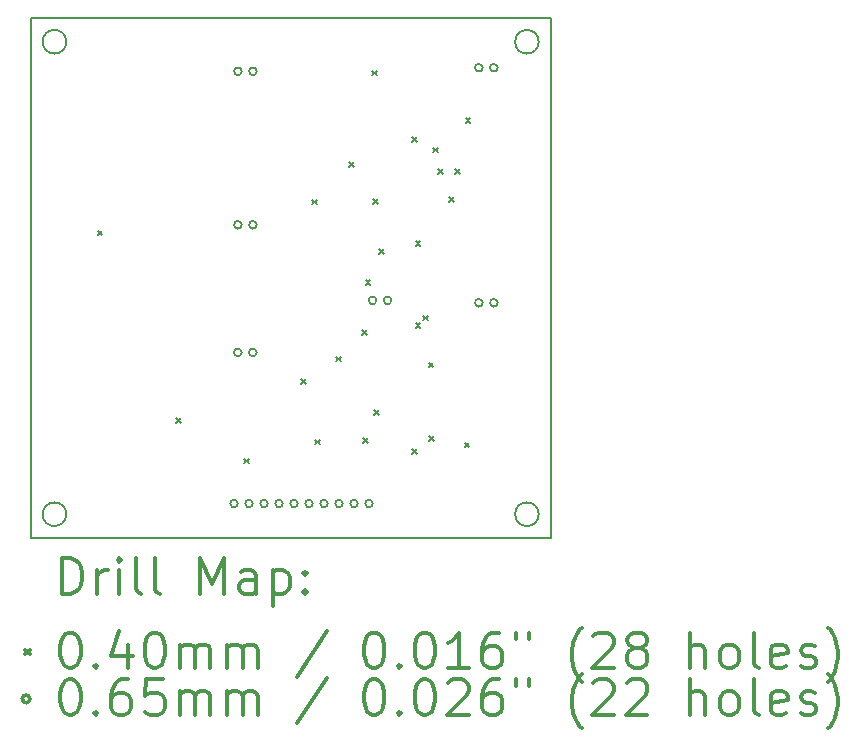
<source format=gbr>
%FSLAX45Y45*%
G04 Gerber Fmt 4.5, Leading zero omitted, Abs format (unit mm)*
G04 Created by KiCad (PCBNEW 4.0.7) date 04/11/18 20:39:36*
%MOMM*%
%LPD*%
G01*
G04 APERTURE LIST*
%ADD10C,0.127000*%
%ADD11C,0.150000*%
%ADD12C,0.200000*%
%ADD13C,0.300000*%
G04 APERTURE END LIST*
D10*
D11*
X12487000Y-8413000D02*
G75*
G03X12487000Y-8413000I-100000J0D01*
G01*
X16487000Y-8413000D02*
G75*
G03X16487000Y-8413000I-100000J0D01*
G01*
X16487000Y-12413000D02*
G75*
G03X16487000Y-12413000I-100000J0D01*
G01*
X12487000Y-12413000D02*
G75*
G03X12487000Y-12413000I-100000J0D01*
G01*
X16587000Y-8213000D02*
X12187000Y-8213000D01*
X16587000Y-12613000D02*
X16587000Y-8213000D01*
X12187000Y-12613000D02*
X16587000Y-12613000D01*
X12187000Y-8213000D02*
X12187000Y-12613000D01*
D12*
X12753370Y-10013230D02*
X12793370Y-10053230D01*
X12793370Y-10013230D02*
X12753370Y-10053230D01*
X13416340Y-11598000D02*
X13456340Y-11638000D01*
X13456340Y-11598000D02*
X13416340Y-11638000D01*
X13993420Y-11943000D02*
X14033420Y-11983000D01*
X14033420Y-11943000D02*
X13993420Y-11983000D01*
X14473120Y-11267110D02*
X14513120Y-11307110D01*
X14513120Y-11267110D02*
X14473120Y-11307110D01*
X14568060Y-9750040D02*
X14608060Y-9790040D01*
X14608060Y-9750040D02*
X14568060Y-9790040D01*
X14596920Y-11781110D02*
X14636920Y-11821110D01*
X14636920Y-11781110D02*
X14596920Y-11821110D01*
X14771700Y-11078840D02*
X14811700Y-11118840D01*
X14811700Y-11078840D02*
X14771700Y-11118840D01*
X14884270Y-9433560D02*
X14924270Y-9473560D01*
X14924270Y-9433560D02*
X14884270Y-9473560D01*
X14991830Y-10854340D02*
X15031830Y-10894340D01*
X15031830Y-10854340D02*
X14991830Y-10894340D01*
X14999800Y-11770510D02*
X15039800Y-11810510D01*
X15039800Y-11770510D02*
X14999800Y-11810510D01*
X15021550Y-10432160D02*
X15061550Y-10472160D01*
X15061550Y-10432160D02*
X15021550Y-10472160D01*
X15074590Y-8657120D02*
X15114590Y-8697120D01*
X15114590Y-8657120D02*
X15074590Y-8697120D01*
X15086710Y-9747680D02*
X15126710Y-9787680D01*
X15126710Y-9747680D02*
X15086710Y-9787680D01*
X15093840Y-11530000D02*
X15133840Y-11570000D01*
X15133840Y-11530000D02*
X15093840Y-11570000D01*
X15133540Y-10168560D02*
X15173540Y-10208560D01*
X15173540Y-10168560D02*
X15133540Y-10208560D01*
X15415890Y-9222020D02*
X15455890Y-9262020D01*
X15455890Y-9222020D02*
X15415890Y-9262020D01*
X15417240Y-11861010D02*
X15457240Y-11901010D01*
X15457240Y-11861010D02*
X15417240Y-11901010D01*
X15444750Y-10793260D02*
X15484750Y-10833260D01*
X15484750Y-10793260D02*
X15444750Y-10833260D01*
X15445070Y-10098750D02*
X15485070Y-10138750D01*
X15485070Y-10098750D02*
X15445070Y-10138750D01*
X15505930Y-10732670D02*
X15545930Y-10772670D01*
X15545930Y-10732670D02*
X15505930Y-10772670D01*
X15555190Y-11128570D02*
X15595190Y-11168570D01*
X15595190Y-11128570D02*
X15555190Y-11168570D01*
X15560730Y-11752080D02*
X15600730Y-11792080D01*
X15600730Y-11752080D02*
X15560730Y-11792080D01*
X15593560Y-9310000D02*
X15633560Y-9350000D01*
X15633560Y-9310000D02*
X15593560Y-9350000D01*
X15633770Y-9492730D02*
X15673770Y-9532730D01*
X15673770Y-9492730D02*
X15633770Y-9532730D01*
X15729730Y-9730750D02*
X15769730Y-9770750D01*
X15769730Y-9730750D02*
X15729730Y-9770750D01*
X15779190Y-9492730D02*
X15819190Y-9532730D01*
X15819190Y-9492730D02*
X15779190Y-9532730D01*
X15859040Y-11807510D02*
X15899040Y-11847510D01*
X15899040Y-11807510D02*
X15859040Y-11847510D01*
X15869510Y-9060000D02*
X15909510Y-9100000D01*
X15909510Y-9060000D02*
X15869510Y-9100000D01*
X13939500Y-12323000D02*
G75*
G03X13939500Y-12323000I-32500J0D01*
G01*
X13972500Y-8663000D02*
G75*
G03X13972500Y-8663000I-32500J0D01*
G01*
X13972500Y-9963000D02*
G75*
G03X13972500Y-9963000I-32500J0D01*
G01*
X13972500Y-11043000D02*
G75*
G03X13972500Y-11043000I-32500J0D01*
G01*
X14066500Y-12323000D02*
G75*
G03X14066500Y-12323000I-32500J0D01*
G01*
X14099500Y-8663000D02*
G75*
G03X14099500Y-8663000I-32500J0D01*
G01*
X14099500Y-9963000D02*
G75*
G03X14099500Y-9963000I-32500J0D01*
G01*
X14099500Y-11043000D02*
G75*
G03X14099500Y-11043000I-32500J0D01*
G01*
X14193500Y-12323000D02*
G75*
G03X14193500Y-12323000I-32500J0D01*
G01*
X14320500Y-12323000D02*
G75*
G03X14320500Y-12323000I-32500J0D01*
G01*
X14447500Y-12323000D02*
G75*
G03X14447500Y-12323000I-32500J0D01*
G01*
X14574500Y-12323000D02*
G75*
G03X14574500Y-12323000I-32500J0D01*
G01*
X14701500Y-12323000D02*
G75*
G03X14701500Y-12323000I-32500J0D01*
G01*
X14828500Y-12323000D02*
G75*
G03X14828500Y-12323000I-32500J0D01*
G01*
X14955500Y-12323000D02*
G75*
G03X14955500Y-12323000I-32500J0D01*
G01*
X15082500Y-12323000D02*
G75*
G03X15082500Y-12323000I-32500J0D01*
G01*
X15112500Y-10603000D02*
G75*
G03X15112500Y-10603000I-32500J0D01*
G01*
X15239500Y-10603000D02*
G75*
G03X15239500Y-10603000I-32500J0D01*
G01*
X16012500Y-8633000D02*
G75*
G03X16012500Y-8633000I-32500J0D01*
G01*
X16012500Y-10623000D02*
G75*
G03X16012500Y-10623000I-32500J0D01*
G01*
X16139500Y-8633000D02*
G75*
G03X16139500Y-8633000I-32500J0D01*
G01*
X16139500Y-10623000D02*
G75*
G03X16139500Y-10623000I-32500J0D01*
G01*
D13*
X12450928Y-13086214D02*
X12450928Y-12786214D01*
X12522357Y-12786214D01*
X12565214Y-12800500D01*
X12593786Y-12829071D01*
X12608071Y-12857643D01*
X12622357Y-12914786D01*
X12622357Y-12957643D01*
X12608071Y-13014786D01*
X12593786Y-13043357D01*
X12565214Y-13071929D01*
X12522357Y-13086214D01*
X12450928Y-13086214D01*
X12750928Y-13086214D02*
X12750928Y-12886214D01*
X12750928Y-12943357D02*
X12765214Y-12914786D01*
X12779500Y-12900500D01*
X12808071Y-12886214D01*
X12836643Y-12886214D01*
X12936643Y-13086214D02*
X12936643Y-12886214D01*
X12936643Y-12786214D02*
X12922357Y-12800500D01*
X12936643Y-12814786D01*
X12950928Y-12800500D01*
X12936643Y-12786214D01*
X12936643Y-12814786D01*
X13122357Y-13086214D02*
X13093786Y-13071929D01*
X13079500Y-13043357D01*
X13079500Y-12786214D01*
X13279500Y-13086214D02*
X13250928Y-13071929D01*
X13236643Y-13043357D01*
X13236643Y-12786214D01*
X13622357Y-13086214D02*
X13622357Y-12786214D01*
X13722357Y-13000500D01*
X13822357Y-12786214D01*
X13822357Y-13086214D01*
X14093786Y-13086214D02*
X14093786Y-12929071D01*
X14079500Y-12900500D01*
X14050928Y-12886214D01*
X13993786Y-12886214D01*
X13965214Y-12900500D01*
X14093786Y-13071929D02*
X14065214Y-13086214D01*
X13993786Y-13086214D01*
X13965214Y-13071929D01*
X13950928Y-13043357D01*
X13950928Y-13014786D01*
X13965214Y-12986214D01*
X13993786Y-12971929D01*
X14065214Y-12971929D01*
X14093786Y-12957643D01*
X14236643Y-12886214D02*
X14236643Y-13186214D01*
X14236643Y-12900500D02*
X14265214Y-12886214D01*
X14322357Y-12886214D01*
X14350928Y-12900500D01*
X14365214Y-12914786D01*
X14379500Y-12943357D01*
X14379500Y-13029071D01*
X14365214Y-13057643D01*
X14350928Y-13071929D01*
X14322357Y-13086214D01*
X14265214Y-13086214D01*
X14236643Y-13071929D01*
X14508071Y-13057643D02*
X14522357Y-13071929D01*
X14508071Y-13086214D01*
X14493786Y-13071929D01*
X14508071Y-13057643D01*
X14508071Y-13086214D01*
X14508071Y-12900500D02*
X14522357Y-12914786D01*
X14508071Y-12929071D01*
X14493786Y-12914786D01*
X14508071Y-12900500D01*
X14508071Y-12929071D01*
X12139500Y-13560500D02*
X12179500Y-13600500D01*
X12179500Y-13560500D02*
X12139500Y-13600500D01*
X12508071Y-13416214D02*
X12536643Y-13416214D01*
X12565214Y-13430500D01*
X12579500Y-13444786D01*
X12593786Y-13473357D01*
X12608071Y-13530500D01*
X12608071Y-13601929D01*
X12593786Y-13659071D01*
X12579500Y-13687643D01*
X12565214Y-13701929D01*
X12536643Y-13716214D01*
X12508071Y-13716214D01*
X12479500Y-13701929D01*
X12465214Y-13687643D01*
X12450928Y-13659071D01*
X12436643Y-13601929D01*
X12436643Y-13530500D01*
X12450928Y-13473357D01*
X12465214Y-13444786D01*
X12479500Y-13430500D01*
X12508071Y-13416214D01*
X12736643Y-13687643D02*
X12750928Y-13701929D01*
X12736643Y-13716214D01*
X12722357Y-13701929D01*
X12736643Y-13687643D01*
X12736643Y-13716214D01*
X13008071Y-13516214D02*
X13008071Y-13716214D01*
X12936643Y-13401929D02*
X12865214Y-13616214D01*
X13050928Y-13616214D01*
X13222357Y-13416214D02*
X13250928Y-13416214D01*
X13279500Y-13430500D01*
X13293786Y-13444786D01*
X13308071Y-13473357D01*
X13322357Y-13530500D01*
X13322357Y-13601929D01*
X13308071Y-13659071D01*
X13293786Y-13687643D01*
X13279500Y-13701929D01*
X13250928Y-13716214D01*
X13222357Y-13716214D01*
X13193786Y-13701929D01*
X13179500Y-13687643D01*
X13165214Y-13659071D01*
X13150928Y-13601929D01*
X13150928Y-13530500D01*
X13165214Y-13473357D01*
X13179500Y-13444786D01*
X13193786Y-13430500D01*
X13222357Y-13416214D01*
X13450928Y-13716214D02*
X13450928Y-13516214D01*
X13450928Y-13544786D02*
X13465214Y-13530500D01*
X13493786Y-13516214D01*
X13536643Y-13516214D01*
X13565214Y-13530500D01*
X13579500Y-13559071D01*
X13579500Y-13716214D01*
X13579500Y-13559071D02*
X13593786Y-13530500D01*
X13622357Y-13516214D01*
X13665214Y-13516214D01*
X13693786Y-13530500D01*
X13708071Y-13559071D01*
X13708071Y-13716214D01*
X13850928Y-13716214D02*
X13850928Y-13516214D01*
X13850928Y-13544786D02*
X13865214Y-13530500D01*
X13893786Y-13516214D01*
X13936643Y-13516214D01*
X13965214Y-13530500D01*
X13979500Y-13559071D01*
X13979500Y-13716214D01*
X13979500Y-13559071D02*
X13993786Y-13530500D01*
X14022357Y-13516214D01*
X14065214Y-13516214D01*
X14093786Y-13530500D01*
X14108071Y-13559071D01*
X14108071Y-13716214D01*
X14693786Y-13401929D02*
X14436643Y-13787643D01*
X15079500Y-13416214D02*
X15108071Y-13416214D01*
X15136643Y-13430500D01*
X15150928Y-13444786D01*
X15165214Y-13473357D01*
X15179500Y-13530500D01*
X15179500Y-13601929D01*
X15165214Y-13659071D01*
X15150928Y-13687643D01*
X15136643Y-13701929D01*
X15108071Y-13716214D01*
X15079500Y-13716214D01*
X15050928Y-13701929D01*
X15036643Y-13687643D01*
X15022357Y-13659071D01*
X15008071Y-13601929D01*
X15008071Y-13530500D01*
X15022357Y-13473357D01*
X15036643Y-13444786D01*
X15050928Y-13430500D01*
X15079500Y-13416214D01*
X15308071Y-13687643D02*
X15322357Y-13701929D01*
X15308071Y-13716214D01*
X15293786Y-13701929D01*
X15308071Y-13687643D01*
X15308071Y-13716214D01*
X15508071Y-13416214D02*
X15536643Y-13416214D01*
X15565214Y-13430500D01*
X15579500Y-13444786D01*
X15593785Y-13473357D01*
X15608071Y-13530500D01*
X15608071Y-13601929D01*
X15593785Y-13659071D01*
X15579500Y-13687643D01*
X15565214Y-13701929D01*
X15536643Y-13716214D01*
X15508071Y-13716214D01*
X15479500Y-13701929D01*
X15465214Y-13687643D01*
X15450928Y-13659071D01*
X15436643Y-13601929D01*
X15436643Y-13530500D01*
X15450928Y-13473357D01*
X15465214Y-13444786D01*
X15479500Y-13430500D01*
X15508071Y-13416214D01*
X15893785Y-13716214D02*
X15722357Y-13716214D01*
X15808071Y-13716214D02*
X15808071Y-13416214D01*
X15779500Y-13459071D01*
X15750928Y-13487643D01*
X15722357Y-13501929D01*
X16150928Y-13416214D02*
X16093785Y-13416214D01*
X16065214Y-13430500D01*
X16050928Y-13444786D01*
X16022357Y-13487643D01*
X16008071Y-13544786D01*
X16008071Y-13659071D01*
X16022357Y-13687643D01*
X16036643Y-13701929D01*
X16065214Y-13716214D01*
X16122357Y-13716214D01*
X16150928Y-13701929D01*
X16165214Y-13687643D01*
X16179500Y-13659071D01*
X16179500Y-13587643D01*
X16165214Y-13559071D01*
X16150928Y-13544786D01*
X16122357Y-13530500D01*
X16065214Y-13530500D01*
X16036643Y-13544786D01*
X16022357Y-13559071D01*
X16008071Y-13587643D01*
X16293786Y-13416214D02*
X16293786Y-13473357D01*
X16408071Y-13416214D02*
X16408071Y-13473357D01*
X16850928Y-13830500D02*
X16836643Y-13816214D01*
X16808071Y-13773357D01*
X16793786Y-13744786D01*
X16779500Y-13701929D01*
X16765214Y-13630500D01*
X16765214Y-13573357D01*
X16779500Y-13501929D01*
X16793786Y-13459071D01*
X16808071Y-13430500D01*
X16836643Y-13387643D01*
X16850928Y-13373357D01*
X16950928Y-13444786D02*
X16965214Y-13430500D01*
X16993786Y-13416214D01*
X17065214Y-13416214D01*
X17093786Y-13430500D01*
X17108071Y-13444786D01*
X17122357Y-13473357D01*
X17122357Y-13501929D01*
X17108071Y-13544786D01*
X16936643Y-13716214D01*
X17122357Y-13716214D01*
X17293786Y-13544786D02*
X17265214Y-13530500D01*
X17250928Y-13516214D01*
X17236643Y-13487643D01*
X17236643Y-13473357D01*
X17250928Y-13444786D01*
X17265214Y-13430500D01*
X17293786Y-13416214D01*
X17350928Y-13416214D01*
X17379500Y-13430500D01*
X17393786Y-13444786D01*
X17408071Y-13473357D01*
X17408071Y-13487643D01*
X17393786Y-13516214D01*
X17379500Y-13530500D01*
X17350928Y-13544786D01*
X17293786Y-13544786D01*
X17265214Y-13559071D01*
X17250928Y-13573357D01*
X17236643Y-13601929D01*
X17236643Y-13659071D01*
X17250928Y-13687643D01*
X17265214Y-13701929D01*
X17293786Y-13716214D01*
X17350928Y-13716214D01*
X17379500Y-13701929D01*
X17393786Y-13687643D01*
X17408071Y-13659071D01*
X17408071Y-13601929D01*
X17393786Y-13573357D01*
X17379500Y-13559071D01*
X17350928Y-13544786D01*
X17765214Y-13716214D02*
X17765214Y-13416214D01*
X17893786Y-13716214D02*
X17893786Y-13559071D01*
X17879500Y-13530500D01*
X17850928Y-13516214D01*
X17808071Y-13516214D01*
X17779500Y-13530500D01*
X17765214Y-13544786D01*
X18079500Y-13716214D02*
X18050928Y-13701929D01*
X18036643Y-13687643D01*
X18022357Y-13659071D01*
X18022357Y-13573357D01*
X18036643Y-13544786D01*
X18050928Y-13530500D01*
X18079500Y-13516214D01*
X18122357Y-13516214D01*
X18150928Y-13530500D01*
X18165214Y-13544786D01*
X18179500Y-13573357D01*
X18179500Y-13659071D01*
X18165214Y-13687643D01*
X18150928Y-13701929D01*
X18122357Y-13716214D01*
X18079500Y-13716214D01*
X18350928Y-13716214D02*
X18322357Y-13701929D01*
X18308071Y-13673357D01*
X18308071Y-13416214D01*
X18579500Y-13701929D02*
X18550929Y-13716214D01*
X18493786Y-13716214D01*
X18465214Y-13701929D01*
X18450929Y-13673357D01*
X18450929Y-13559071D01*
X18465214Y-13530500D01*
X18493786Y-13516214D01*
X18550929Y-13516214D01*
X18579500Y-13530500D01*
X18593786Y-13559071D01*
X18593786Y-13587643D01*
X18450929Y-13616214D01*
X18708071Y-13701929D02*
X18736643Y-13716214D01*
X18793786Y-13716214D01*
X18822357Y-13701929D01*
X18836643Y-13673357D01*
X18836643Y-13659071D01*
X18822357Y-13630500D01*
X18793786Y-13616214D01*
X18750929Y-13616214D01*
X18722357Y-13601929D01*
X18708071Y-13573357D01*
X18708071Y-13559071D01*
X18722357Y-13530500D01*
X18750929Y-13516214D01*
X18793786Y-13516214D01*
X18822357Y-13530500D01*
X18936643Y-13830500D02*
X18950929Y-13816214D01*
X18979500Y-13773357D01*
X18993786Y-13744786D01*
X19008071Y-13701929D01*
X19022357Y-13630500D01*
X19022357Y-13573357D01*
X19008071Y-13501929D01*
X18993786Y-13459071D01*
X18979500Y-13430500D01*
X18950929Y-13387643D01*
X18936643Y-13373357D01*
X12179500Y-13976500D02*
G75*
G03X12179500Y-13976500I-32500J0D01*
G01*
X12508071Y-13812214D02*
X12536643Y-13812214D01*
X12565214Y-13826500D01*
X12579500Y-13840786D01*
X12593786Y-13869357D01*
X12608071Y-13926500D01*
X12608071Y-13997929D01*
X12593786Y-14055071D01*
X12579500Y-14083643D01*
X12565214Y-14097929D01*
X12536643Y-14112214D01*
X12508071Y-14112214D01*
X12479500Y-14097929D01*
X12465214Y-14083643D01*
X12450928Y-14055071D01*
X12436643Y-13997929D01*
X12436643Y-13926500D01*
X12450928Y-13869357D01*
X12465214Y-13840786D01*
X12479500Y-13826500D01*
X12508071Y-13812214D01*
X12736643Y-14083643D02*
X12750928Y-14097929D01*
X12736643Y-14112214D01*
X12722357Y-14097929D01*
X12736643Y-14083643D01*
X12736643Y-14112214D01*
X13008071Y-13812214D02*
X12950928Y-13812214D01*
X12922357Y-13826500D01*
X12908071Y-13840786D01*
X12879500Y-13883643D01*
X12865214Y-13940786D01*
X12865214Y-14055071D01*
X12879500Y-14083643D01*
X12893786Y-14097929D01*
X12922357Y-14112214D01*
X12979500Y-14112214D01*
X13008071Y-14097929D01*
X13022357Y-14083643D01*
X13036643Y-14055071D01*
X13036643Y-13983643D01*
X13022357Y-13955071D01*
X13008071Y-13940786D01*
X12979500Y-13926500D01*
X12922357Y-13926500D01*
X12893786Y-13940786D01*
X12879500Y-13955071D01*
X12865214Y-13983643D01*
X13308071Y-13812214D02*
X13165214Y-13812214D01*
X13150928Y-13955071D01*
X13165214Y-13940786D01*
X13193786Y-13926500D01*
X13265214Y-13926500D01*
X13293786Y-13940786D01*
X13308071Y-13955071D01*
X13322357Y-13983643D01*
X13322357Y-14055071D01*
X13308071Y-14083643D01*
X13293786Y-14097929D01*
X13265214Y-14112214D01*
X13193786Y-14112214D01*
X13165214Y-14097929D01*
X13150928Y-14083643D01*
X13450928Y-14112214D02*
X13450928Y-13912214D01*
X13450928Y-13940786D02*
X13465214Y-13926500D01*
X13493786Y-13912214D01*
X13536643Y-13912214D01*
X13565214Y-13926500D01*
X13579500Y-13955071D01*
X13579500Y-14112214D01*
X13579500Y-13955071D02*
X13593786Y-13926500D01*
X13622357Y-13912214D01*
X13665214Y-13912214D01*
X13693786Y-13926500D01*
X13708071Y-13955071D01*
X13708071Y-14112214D01*
X13850928Y-14112214D02*
X13850928Y-13912214D01*
X13850928Y-13940786D02*
X13865214Y-13926500D01*
X13893786Y-13912214D01*
X13936643Y-13912214D01*
X13965214Y-13926500D01*
X13979500Y-13955071D01*
X13979500Y-14112214D01*
X13979500Y-13955071D02*
X13993786Y-13926500D01*
X14022357Y-13912214D01*
X14065214Y-13912214D01*
X14093786Y-13926500D01*
X14108071Y-13955071D01*
X14108071Y-14112214D01*
X14693786Y-13797929D02*
X14436643Y-14183643D01*
X15079500Y-13812214D02*
X15108071Y-13812214D01*
X15136643Y-13826500D01*
X15150928Y-13840786D01*
X15165214Y-13869357D01*
X15179500Y-13926500D01*
X15179500Y-13997929D01*
X15165214Y-14055071D01*
X15150928Y-14083643D01*
X15136643Y-14097929D01*
X15108071Y-14112214D01*
X15079500Y-14112214D01*
X15050928Y-14097929D01*
X15036643Y-14083643D01*
X15022357Y-14055071D01*
X15008071Y-13997929D01*
X15008071Y-13926500D01*
X15022357Y-13869357D01*
X15036643Y-13840786D01*
X15050928Y-13826500D01*
X15079500Y-13812214D01*
X15308071Y-14083643D02*
X15322357Y-14097929D01*
X15308071Y-14112214D01*
X15293786Y-14097929D01*
X15308071Y-14083643D01*
X15308071Y-14112214D01*
X15508071Y-13812214D02*
X15536643Y-13812214D01*
X15565214Y-13826500D01*
X15579500Y-13840786D01*
X15593785Y-13869357D01*
X15608071Y-13926500D01*
X15608071Y-13997929D01*
X15593785Y-14055071D01*
X15579500Y-14083643D01*
X15565214Y-14097929D01*
X15536643Y-14112214D01*
X15508071Y-14112214D01*
X15479500Y-14097929D01*
X15465214Y-14083643D01*
X15450928Y-14055071D01*
X15436643Y-13997929D01*
X15436643Y-13926500D01*
X15450928Y-13869357D01*
X15465214Y-13840786D01*
X15479500Y-13826500D01*
X15508071Y-13812214D01*
X15722357Y-13840786D02*
X15736643Y-13826500D01*
X15765214Y-13812214D01*
X15836643Y-13812214D01*
X15865214Y-13826500D01*
X15879500Y-13840786D01*
X15893785Y-13869357D01*
X15893785Y-13897929D01*
X15879500Y-13940786D01*
X15708071Y-14112214D01*
X15893785Y-14112214D01*
X16150928Y-13812214D02*
X16093785Y-13812214D01*
X16065214Y-13826500D01*
X16050928Y-13840786D01*
X16022357Y-13883643D01*
X16008071Y-13940786D01*
X16008071Y-14055071D01*
X16022357Y-14083643D01*
X16036643Y-14097929D01*
X16065214Y-14112214D01*
X16122357Y-14112214D01*
X16150928Y-14097929D01*
X16165214Y-14083643D01*
X16179500Y-14055071D01*
X16179500Y-13983643D01*
X16165214Y-13955071D01*
X16150928Y-13940786D01*
X16122357Y-13926500D01*
X16065214Y-13926500D01*
X16036643Y-13940786D01*
X16022357Y-13955071D01*
X16008071Y-13983643D01*
X16293786Y-13812214D02*
X16293786Y-13869357D01*
X16408071Y-13812214D02*
X16408071Y-13869357D01*
X16850928Y-14226500D02*
X16836643Y-14212214D01*
X16808071Y-14169357D01*
X16793786Y-14140786D01*
X16779500Y-14097929D01*
X16765214Y-14026500D01*
X16765214Y-13969357D01*
X16779500Y-13897929D01*
X16793786Y-13855071D01*
X16808071Y-13826500D01*
X16836643Y-13783643D01*
X16850928Y-13769357D01*
X16950928Y-13840786D02*
X16965214Y-13826500D01*
X16993786Y-13812214D01*
X17065214Y-13812214D01*
X17093786Y-13826500D01*
X17108071Y-13840786D01*
X17122357Y-13869357D01*
X17122357Y-13897929D01*
X17108071Y-13940786D01*
X16936643Y-14112214D01*
X17122357Y-14112214D01*
X17236643Y-13840786D02*
X17250928Y-13826500D01*
X17279500Y-13812214D01*
X17350928Y-13812214D01*
X17379500Y-13826500D01*
X17393786Y-13840786D01*
X17408071Y-13869357D01*
X17408071Y-13897929D01*
X17393786Y-13940786D01*
X17222357Y-14112214D01*
X17408071Y-14112214D01*
X17765214Y-14112214D02*
X17765214Y-13812214D01*
X17893786Y-14112214D02*
X17893786Y-13955071D01*
X17879500Y-13926500D01*
X17850928Y-13912214D01*
X17808071Y-13912214D01*
X17779500Y-13926500D01*
X17765214Y-13940786D01*
X18079500Y-14112214D02*
X18050928Y-14097929D01*
X18036643Y-14083643D01*
X18022357Y-14055071D01*
X18022357Y-13969357D01*
X18036643Y-13940786D01*
X18050928Y-13926500D01*
X18079500Y-13912214D01*
X18122357Y-13912214D01*
X18150928Y-13926500D01*
X18165214Y-13940786D01*
X18179500Y-13969357D01*
X18179500Y-14055071D01*
X18165214Y-14083643D01*
X18150928Y-14097929D01*
X18122357Y-14112214D01*
X18079500Y-14112214D01*
X18350928Y-14112214D02*
X18322357Y-14097929D01*
X18308071Y-14069357D01*
X18308071Y-13812214D01*
X18579500Y-14097929D02*
X18550929Y-14112214D01*
X18493786Y-14112214D01*
X18465214Y-14097929D01*
X18450929Y-14069357D01*
X18450929Y-13955071D01*
X18465214Y-13926500D01*
X18493786Y-13912214D01*
X18550929Y-13912214D01*
X18579500Y-13926500D01*
X18593786Y-13955071D01*
X18593786Y-13983643D01*
X18450929Y-14012214D01*
X18708071Y-14097929D02*
X18736643Y-14112214D01*
X18793786Y-14112214D01*
X18822357Y-14097929D01*
X18836643Y-14069357D01*
X18836643Y-14055071D01*
X18822357Y-14026500D01*
X18793786Y-14012214D01*
X18750929Y-14012214D01*
X18722357Y-13997929D01*
X18708071Y-13969357D01*
X18708071Y-13955071D01*
X18722357Y-13926500D01*
X18750929Y-13912214D01*
X18793786Y-13912214D01*
X18822357Y-13926500D01*
X18936643Y-14226500D02*
X18950929Y-14212214D01*
X18979500Y-14169357D01*
X18993786Y-14140786D01*
X19008071Y-14097929D01*
X19022357Y-14026500D01*
X19022357Y-13969357D01*
X19008071Y-13897929D01*
X18993786Y-13855071D01*
X18979500Y-13826500D01*
X18950929Y-13783643D01*
X18936643Y-13769357D01*
M02*

</source>
